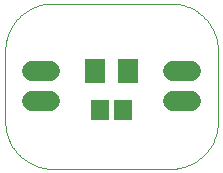
<source format=gbs>
G04 EAGLE Gerber RS-274X export*
G75*
%MOMM*%
%FSLAX35Y35*%
%LPD*%
%INsolder_mask_bottom*%
%IPPOS*%
%AMOC8*
5,1,8,0,0,1.08239X$1,22.5*%
G01*
%ADD10C,0.000000*%
%ADD11R,1.503200X1.703200*%
%ADD12R,1.803200X2.003200*%
%ADD13C,1.727200*%


D10*
X400000Y0D02*
X1400000Y0D01*
X1800000Y400000D02*
X1800000Y1000000D01*
X1400000Y1400000D02*
X400000Y1400000D01*
X0Y1000000D02*
X0Y400000D01*
X1400000Y1400000D02*
X1409665Y1399883D01*
X1419325Y1399533D01*
X1428974Y1398949D01*
X1438606Y1398133D01*
X1448215Y1397084D01*
X1457796Y1395803D01*
X1467343Y1394290D01*
X1476851Y1392548D01*
X1486314Y1390576D01*
X1495726Y1388377D01*
X1505083Y1385950D01*
X1514378Y1383298D01*
X1523607Y1380423D01*
X1532763Y1377325D01*
X1541842Y1374006D01*
X1550838Y1370470D01*
X1559746Y1366717D01*
X1568560Y1362750D01*
X1577277Y1358571D01*
X1585889Y1354182D01*
X1594393Y1349587D01*
X1602784Y1344788D01*
X1611056Y1339787D01*
X1619205Y1334588D01*
X1627226Y1329194D01*
X1635114Y1323607D01*
X1642865Y1317831D01*
X1650474Y1311870D01*
X1657937Y1305726D01*
X1665249Y1299404D01*
X1672406Y1292907D01*
X1679405Y1286240D01*
X1686240Y1279405D01*
X1692907Y1272406D01*
X1699404Y1265249D01*
X1705726Y1257937D01*
X1711870Y1250474D01*
X1717831Y1242865D01*
X1723607Y1235114D01*
X1729194Y1227226D01*
X1734588Y1219205D01*
X1739787Y1211056D01*
X1744788Y1202784D01*
X1749587Y1194393D01*
X1754182Y1185889D01*
X1758571Y1177277D01*
X1762750Y1168560D01*
X1766717Y1159746D01*
X1770470Y1150838D01*
X1774006Y1141842D01*
X1777325Y1132763D01*
X1780423Y1123607D01*
X1783298Y1114378D01*
X1785950Y1105083D01*
X1788377Y1095726D01*
X1790576Y1086314D01*
X1792548Y1076851D01*
X1794290Y1067343D01*
X1795803Y1057796D01*
X1797084Y1048215D01*
X1798133Y1038606D01*
X1798949Y1028974D01*
X1799533Y1019325D01*
X1799883Y1009665D01*
X1800000Y1000000D01*
X400000Y1400000D02*
X390335Y1399883D01*
X380675Y1399533D01*
X371026Y1398949D01*
X361394Y1398133D01*
X351785Y1397084D01*
X342204Y1395803D01*
X332657Y1394290D01*
X323149Y1392548D01*
X313686Y1390576D01*
X304274Y1388377D01*
X294917Y1385950D01*
X285622Y1383298D01*
X276393Y1380423D01*
X267237Y1377325D01*
X258158Y1374006D01*
X249162Y1370470D01*
X240254Y1366717D01*
X231440Y1362750D01*
X222723Y1358571D01*
X214111Y1354182D01*
X205607Y1349587D01*
X197216Y1344788D01*
X188944Y1339787D01*
X180795Y1334588D01*
X172774Y1329194D01*
X164886Y1323607D01*
X157135Y1317831D01*
X149526Y1311870D01*
X142063Y1305726D01*
X134751Y1299404D01*
X127594Y1292907D01*
X120595Y1286240D01*
X113760Y1279405D01*
X107093Y1272406D01*
X100596Y1265249D01*
X94274Y1257937D01*
X88130Y1250474D01*
X82169Y1242865D01*
X76393Y1235114D01*
X70806Y1227226D01*
X65412Y1219205D01*
X60213Y1211056D01*
X55212Y1202784D01*
X50413Y1194393D01*
X45818Y1185889D01*
X41429Y1177277D01*
X37250Y1168560D01*
X33283Y1159746D01*
X29530Y1150838D01*
X25994Y1141842D01*
X22675Y1132763D01*
X19577Y1123607D01*
X16702Y1114378D01*
X14050Y1105083D01*
X11623Y1095726D01*
X9424Y1086314D01*
X7452Y1076851D01*
X5710Y1067343D01*
X4197Y1057796D01*
X2916Y1048215D01*
X1867Y1038606D01*
X1051Y1028974D01*
X467Y1019325D01*
X117Y1009665D01*
X0Y1000000D01*
X0Y400000D02*
X117Y390335D01*
X467Y380675D01*
X1051Y371026D01*
X1867Y361394D01*
X2916Y351785D01*
X4197Y342204D01*
X5710Y332657D01*
X7452Y323149D01*
X9424Y313686D01*
X11623Y304274D01*
X14050Y294917D01*
X16702Y285622D01*
X19577Y276393D01*
X22675Y267237D01*
X25994Y258158D01*
X29530Y249162D01*
X33283Y240254D01*
X37250Y231440D01*
X41429Y222723D01*
X45818Y214111D01*
X50413Y205607D01*
X55212Y197216D01*
X60213Y188944D01*
X65412Y180795D01*
X70806Y172774D01*
X76393Y164886D01*
X82169Y157135D01*
X88130Y149526D01*
X94274Y142063D01*
X100596Y134751D01*
X107093Y127594D01*
X113760Y120595D01*
X120595Y113760D01*
X127594Y107093D01*
X134751Y100596D01*
X142063Y94274D01*
X149526Y88130D01*
X157135Y82169D01*
X164886Y76393D01*
X172774Y70806D01*
X180795Y65412D01*
X188944Y60213D01*
X197216Y55212D01*
X205607Y50413D01*
X214111Y45818D01*
X222723Y41429D01*
X231440Y37250D01*
X240254Y33283D01*
X249162Y29530D01*
X258158Y25994D01*
X267237Y22675D01*
X276393Y19577D01*
X285622Y16702D01*
X294917Y14050D01*
X304274Y11623D01*
X313686Y9424D01*
X323149Y7452D01*
X332657Y5710D01*
X342204Y4197D01*
X351785Y2916D01*
X361394Y1867D01*
X371026Y1051D01*
X380675Y467D01*
X390335Y117D01*
X400000Y0D01*
X1400000Y0D02*
X1409665Y117D01*
X1419325Y467D01*
X1428974Y1051D01*
X1438606Y1867D01*
X1448215Y2916D01*
X1457796Y4197D01*
X1467343Y5710D01*
X1476851Y7452D01*
X1486314Y9424D01*
X1495726Y11623D01*
X1505083Y14050D01*
X1514378Y16702D01*
X1523607Y19577D01*
X1532763Y22675D01*
X1541842Y25994D01*
X1550838Y29530D01*
X1559746Y33283D01*
X1568560Y37250D01*
X1577277Y41429D01*
X1585889Y45818D01*
X1594393Y50413D01*
X1602784Y55212D01*
X1611056Y60213D01*
X1619205Y65412D01*
X1627226Y70806D01*
X1635114Y76393D01*
X1642865Y82169D01*
X1650474Y88130D01*
X1657937Y94274D01*
X1665249Y100596D01*
X1672406Y107093D01*
X1679405Y113760D01*
X1686240Y120595D01*
X1692907Y127594D01*
X1699404Y134751D01*
X1705726Y142063D01*
X1711870Y149526D01*
X1717831Y157135D01*
X1723607Y164886D01*
X1729194Y172774D01*
X1734588Y180795D01*
X1739787Y188944D01*
X1744788Y197216D01*
X1749587Y205607D01*
X1754182Y214111D01*
X1758571Y222723D01*
X1762750Y231440D01*
X1766717Y240254D01*
X1770470Y249162D01*
X1774006Y258158D01*
X1777325Y267237D01*
X1780423Y276393D01*
X1783298Y285622D01*
X1785950Y294917D01*
X1788377Y304274D01*
X1790576Y313686D01*
X1792548Y323149D01*
X1794290Y332657D01*
X1795803Y342204D01*
X1797084Y351785D01*
X1798133Y361394D01*
X1798949Y371026D01*
X1799533Y380675D01*
X1799883Y390335D01*
X1800000Y400000D01*
D11*
X995000Y500000D03*
X805000Y500000D03*
D12*
X760000Y825000D03*
X1040000Y825000D03*
D13*
X376200Y573000D02*
X223800Y573000D01*
X223800Y827000D02*
X376200Y827000D01*
X1423800Y573000D02*
X1576200Y573000D01*
X1576200Y827000D02*
X1423800Y827000D01*
M02*

</source>
